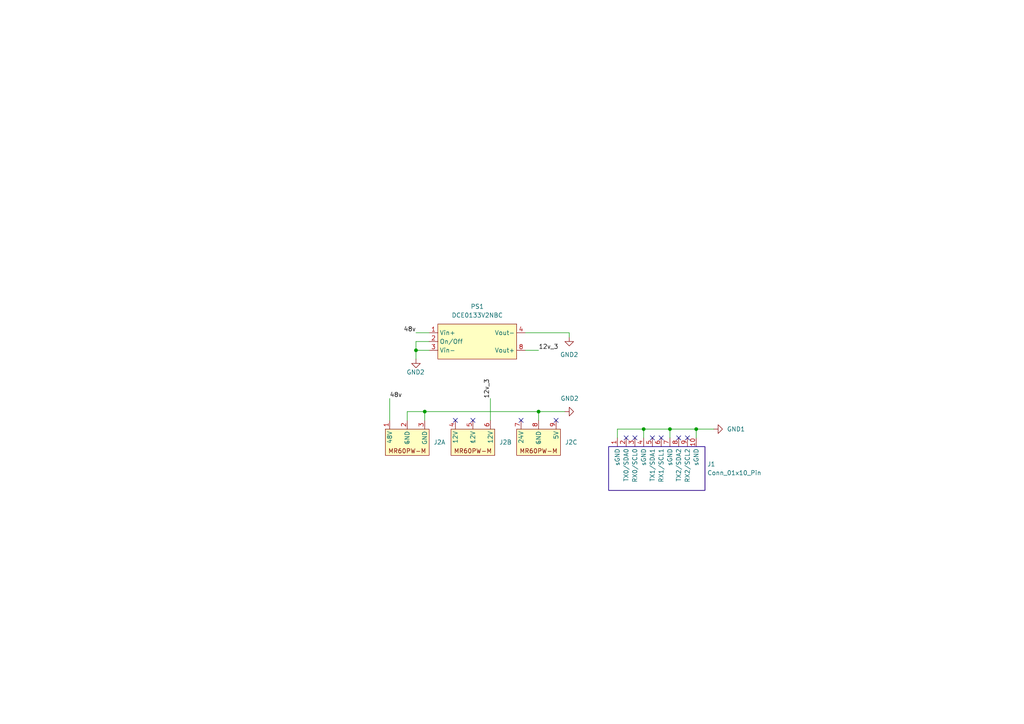
<source format=kicad_sch>
(kicad_sch (version 20231120) (generator "eeschema") (generator_version "8.0")
  (paper "A4")
  (title_block (title "Scope 2 48V to 12V Converter - Bus 1") (date "2024-03-06") (rev "V0.5") (company "Kelpie Robotics"))
  (lib_symbols
    (symbol "2024-backplane:Backplane_Card_Edge"
      (property "Reference" "J" (at -10.16 -15.24 0))
      (symbol "Backplane_Card_Edge_0_1"
        (rectangle (start -12.7 0) (end 15.24 -12.7))
      )
      (symbol "Backplane_Card_Edge_1_1"
        (pin bidirectional line (at -10.16 2.54 270) (length 2.54) (name "sGND") (number "1"))
        (pin bidirectional line (at 12.7 2.54 270) (length 2.54) (name "sGND") (number "10"))
        (pin bidirectional line (at -7.62 2.54 270) (length 2.54) (name "TX0/SDA0") (number "2"))
        (pin bidirectional line (at -5.08 2.54 270) (length 2.54) (name "RX0/SCL0") (number "3"))
        (pin bidirectional line (at -2.54 2.54 270) (length 2.54) (name "sGND") (number "4"))
        (pin bidirectional line (at 0 2.54 270) (length 2.54) (name "TX1/SDA1") (number "5"))
        (pin bidirectional line (at 2.54 2.54 270) (length 2.54) (name "RX1/SCL1") (number "6"))
        (pin bidirectional line (at 5.08 2.54 270) (length 2.54) (name "sGND") (number "7"))
        (pin bidirectional line (at 7.62 2.54 270) (length 2.54) (name "TX2/SDA2") (number "8"))
        (pin bidirectional line (at 10.16 2.54 270) (length 2.54) (name "RX2/SCL2") (number "9"))
      )
    )
    (symbol "2024-backplane:MR60PW-M_X3"
      (property "Reference" "J" (at -3.81 11.43 0))
      (symbol "MR60PW-M_X3_1_1"
        (rectangle (start -10.16 10.16) (end 2.54 2.54) (fill (type background)))
        (text "MR60PW-M\n" (at -3.81 8.89 0) (effects (font (size 1.27 1.27))))
        (pin bidirectional line (at -8.89 0 90) (length 2.54) (name "48V") (number "1"))
        (pin bidirectional line (at -3.81 0 90) (length 2.54) (name "GND") (number "2"))
        (pin bidirectional line (at 1.27 0 90) (length 2.54) (name "GND") (number "3"))
      )
      (symbol "MR60PW-M_X3_2_1"
        (rectangle (start -10.16 10.16) (end 2.54 2.54) (fill (type background)))
        (text "MR60PW-M\n" (at -3.81 8.89 0) (effects (font (size 1.27 1.27))))
        (pin bidirectional line (at -8.89 0 90) (length 2.54) (name "12V") (number "4"))
        (pin bidirectional line (at -3.81 0 90) (length 2.54) (name "12V") (number "5"))
        (pin bidirectional line (at 1.27 0 90) (length 2.54) (name "12V") (number "6"))
      )
      (symbol "MR60PW-M_X3_3_1"
        (rectangle (start -10.16 10.16) (end 2.54 2.54) (fill (type background)))
        (text "MR60PW-M\n" (at -3.81 8.89 0) (effects (font (size 1.27 1.27))))
        (pin bidirectional line (at -8.89 0 90) (length 2.54) (name "24V") (number "7"))
        (pin bidirectional line (at -3.81 0 90) (length 2.54) (name "GND") (number "8"))
        (pin bidirectional line (at 1.27 0 90) (length 2.54) (name "5V") (number "9"))
      )
    )
    (symbol "2024-power:Murata_DCE0133V2NBC"
      (property "Reference" "PS" (at 1.27 16.51 0))
      (property "Value" "DCE0133V2NBC" (at 11.43 -1.27 0))
      (symbol "Murata_DCE0133V2NBC_1_1"
        (rectangle (start 0 10.16) (end 22.86 0) (fill (type background)))
        (pin power_in line (at -2.54 7.62 0) (length 2.54) (name "Vin+") (number "1"))
        (pin input line (at -2.54 5.08 0) (length 2.54) (name "On/Off") (number "2"))
        (pin power_in line (at -2.54 2.54 0) (length 2.54) (name "Vin-") (number "3"))
        (pin power_out line (at 25.4 7.62 180) (length 2.54) (name "Vout-") (number "4"))
        (pin power_out line (at 25.4 2.54 180) (length 2.54) (name "Vout+") (number "8"))
      )
    )
    (symbol "MR60PW-M_X3_1"
      (property "Reference" "J" (at -3.81 11.43 0))
      (symbol "MR60PW-M_X3_1_1_1"
        (rectangle (start -10.16 10.16) (end 2.54 2.54) (fill (type background)))
        (text "MR60PW-M\n" (at -3.81 8.89 0) (effects (font (size 1.27 1.27))))
        (pin bidirectional line (at -8.89 0 90) (length 2.54) (name "48V") (number "1"))
        (pin bidirectional line (at -3.81 0 90) (length 2.54) (name "GND") (number "2"))
        (pin bidirectional line (at 1.27 0 90) (length 2.54) (name "GND") (number "3"))
      )
      (symbol "MR60PW-M_X3_1_2_1"
        (rectangle (start -10.16 10.16) (end 2.54 2.54) (fill (type background)))
        (text "MR60PW-M\n" (at -3.81 8.89 0) (effects (font (size 1.27 1.27))))
        (pin bidirectional line (at -8.89 0 90) (length 2.54) (name "12V") (number "4"))
        (pin bidirectional line (at -3.81 0 90) (length 2.54) (name "12V") (number "5"))
        (pin bidirectional line (at 1.27 0 90) (length 2.54) (name "12V") (number "6"))
      )
      (symbol "MR60PW-M_X3_1_3_1"
        (rectangle (start -10.16 10.16) (end 2.54 2.54) (fill (type background)))
        (text "MR60PW-M\n" (at -3.81 8.89 0) (effects (font (size 1.27 1.27))))
        (pin bidirectional line (at -8.89 0 90) (length 2.54) (name "24V") (number "7"))
        (pin bidirectional line (at -3.81 0 90) (length 2.54) (name "GND") (number "8"))
        (pin bidirectional line (at 1.27 0 90) (length 2.54) (name "5V") (number "9"))
      )
    )
    (symbol "power:GND1" (power) (pin_names (offset 0))
      (property "Value" "GND1" (at 0 -3.81 0))
      (symbol "GND1_0_1"
        (polyline (pts (xy 0 0) (xy 0 -1.27) (xy 1.27 -1.27) (xy 0 -2.54) (xy -1.27 -1.27) (xy 0 -1.27)))
      )
      (symbol "GND1_1_1"
        (pin power_in line (at 0 0 270) (length 0) hide (name "GND1") (number "1"))
      )
    )
    (symbol "power:GND2" (power) (pin_names (offset 0))
      (property "Value" "GND2" (at 0 -3.81 0))
      (symbol "GND2_0_1"
        (polyline (pts (xy 0 0) (xy 0 -1.27) (xy 1.27 -1.27) (xy 0 -2.54) (xy -1.27 -1.27) (xy 0 -1.27)))
      )
      (symbol "GND2_1_1"
        (pin power_in line (at 0 0 270) (length 0) hide (name "GND2") (number "1"))
      )
    )
  )
  (junction (at 120.65 101.6))
  (junction (at 186.69 124.46))
  (junction (at 156.21 119.38))
  (junction (at 201.93 124.46))
  (junction (at 123.19 119.38))
  (junction (at 194.31 124.46))
  (no_connect (at 161.29 121.92))
  (no_connect (at 151.13 121.92))
  (no_connect (at 137.16 121.92))
  (no_connect (at 199.39 127))
  (no_connect (at 181.61 127))
  (no_connect (at 184.15 127))
  (no_connect (at 191.77 127))
  (no_connect (at 189.23 127))
  (no_connect (at 132.08 121.92))
  (no_connect (at 196.85 127))
  (wire (pts (xy 165.1 96.52) (xy 165.1 97.79)))
  (wire (pts (xy 118.11 119.38) (xy 118.11 121.92)))
  (wire (pts (xy 194.31 124.46) (xy 201.93 124.46)))
  (wire (pts (xy 152.4 96.52) (xy 165.1 96.52)))
  (wire (pts (xy 179.07 124.46) (xy 186.69 124.46)))
  (wire (pts (xy 124.46 101.6) (xy 120.65 101.6)))
  (wire (pts (xy 124.46 99.06) (xy 120.65 99.06)))
  (wire (pts (xy 118.11 119.38) (xy 123.19 119.38)))
  (wire (pts (xy 120.65 96.52) (xy 124.46 96.52)))
  (wire (pts (xy 156.21 119.38) (xy 156.21 121.92)))
  (wire (pts (xy 179.07 127) (xy 179.07 124.46)))
  (wire (pts (xy 186.69 127) (xy 186.69 124.46)))
  (wire (pts (xy 201.93 124.46) (xy 207.01 124.46)))
  (wire (pts (xy 123.19 119.38) (xy 156.21 119.38)))
  (wire (pts (xy 142.24 115.57) (xy 142.24 121.92)))
  (wire (pts (xy 120.65 101.6) (xy 120.65 104.14)))
  (wire (pts (xy 152.4 101.6) (xy 156.21 101.6)))
  (wire (pts (xy 113.03 115.57) (xy 113.03 121.92)))
  (wire (pts (xy 123.19 121.92) (xy 123.19 119.38)))
  (wire (pts (xy 201.93 127) (xy 201.93 124.46)))
  (wire (pts (xy 156.21 119.38) (xy 163.83 119.38)))
  (wire (pts (xy 186.69 124.46) (xy 194.31 124.46)))
  (wire (pts (xy 120.65 99.06) (xy 120.65 101.6)))
  (wire (pts (xy 194.31 127) (xy 194.31 124.46)))
  (rectangle (start 176.53 129.54) (end 204.47 142.24))
  (label "48v" (at 120.65 96.52 180))
  (label "12v_3" (at 156.21 101.6 0))
  (label "12v_3" (at 142.24 115.57 90))
  (label "48v" (at 113.03 115.57 0))
  (symbol (lib_id "2024-power:Murata_DCE0133V2NBC") (at 127 104.14 0) (unit 1)
    (property "Reference" "PS1" (at 138.43 88.9 0))
    (property "Value" "DCE0133V2NBC" (at 138.43 91.44 0))
    (property "Footprint" "2024-power:Murata DCE0133V2NBC" (effects (hide yes)))
    (property "Datasheet" "https://www.murata.com/products/productdata/8807028916254/dse-dae-dce.pdf" (effects (hide yes)))
  )
  (symbol (lib_id "power:GND2") (at 165.1 97.79 0) (unit 1)
    (property "Reference" "#PWR07" (effects (hide yes)))
    (property "Value" "GND2" (at 165.1 102.87 0))
  )
  (symbol (lib_name "MR60PW-M_X3_1") (lib_id "2024-backplane:MR60PW-M_X3") (at 121.92 121.92 0) (mirror x) (unit 1)
    (property "Reference" "J2" (at 125.73 128.27 0) (effects (justify left)))
    (property "Value" "~" (at 118.11 128.27 0))
    (property "Footprint" "2024-backplane:MR60PW-M_X3" (effects (hide yes)))
    (property "Datasheet" "https://www.tme.com/Document/fd4b3517709a946d7b01cf4810656931/MR60PW-M.pdf" (effects (hide yes)))
  )
  (symbol (lib_id "2024-backplane:MR60PW-M_X3") (at 140.97 121.92 0) (mirror x) (unit 2)
    (property "Reference" "J2" (at 144.78 128.27 0) (effects (justify left)))
    (property "Value" "~" (at 137.16 128.27 0))
    (property "Footprint" "2024-backplane:MR60PW-M_X3" (effects (hide yes)))
    (property "Datasheet" "https://www.tme.com/Document/fd4b3517709a946d7b01cf4810656931/MR60PW-M.pdf" (effects (hide yes)))
  )
  (symbol (lib_id "2024-backplane:Backplane_Card_Edge") (at 189.23 129.54 0) (unit 1)
    (property "Reference" "J1" (at 205.105 134.62 0) (effects (justify left)))
    (property "Value" "Conn_01x10_Pin" (at 205.105 137.16 0) (effects (justify left)))
    (property "Footprint" "2024-backplane:CardEdge_2x10" (effects (hide yes)))
  )
  (symbol (lib_id "2024-backplane:MR60PW-M_X3") (at 160.02 121.92 0) (mirror x) (unit 3)
    (property "Reference" "J2" (at 163.83 128.27 0) (effects (justify left)))
    (property "Value" "~" (at 156.21 128.27 0))
    (property "Footprint" "2024-backplane:MR60PW-M_X3" (effects (hide yes)))
    (property "Datasheet" "https://www.tme.com/Document/fd4b3517709a946d7b01cf4810656931/MR60PW-M.pdf" (effects (hide yes)))
  )
  (symbol (lib_id "power:GND2") (at 120.65 104.14 0) (unit 1)
    (property "Reference" "#PWR06" (effects (hide yes)))
    (property "Value" "GND2" (at 123.19 107.95 0) (effects (justify right)))
  )
  (symbol (lib_id "power:GND1") (at 207.01 124.46 90) (unit 1)
    (property "Reference" "#PWR01" (effects (hide yes)))
    (property "Value" "GND1" (at 210.82 124.46 90) (effects (justify right)))
  )
  (symbol (lib_id "power:GND2") (at 163.83 119.38 90) (unit 1)
    (property "Reference" "#PWR02" (effects (hide yes)))
    (property "Value" "GND2" (at 162.56 115.57 90) (effects (justify right)))
  )
)
</source>
